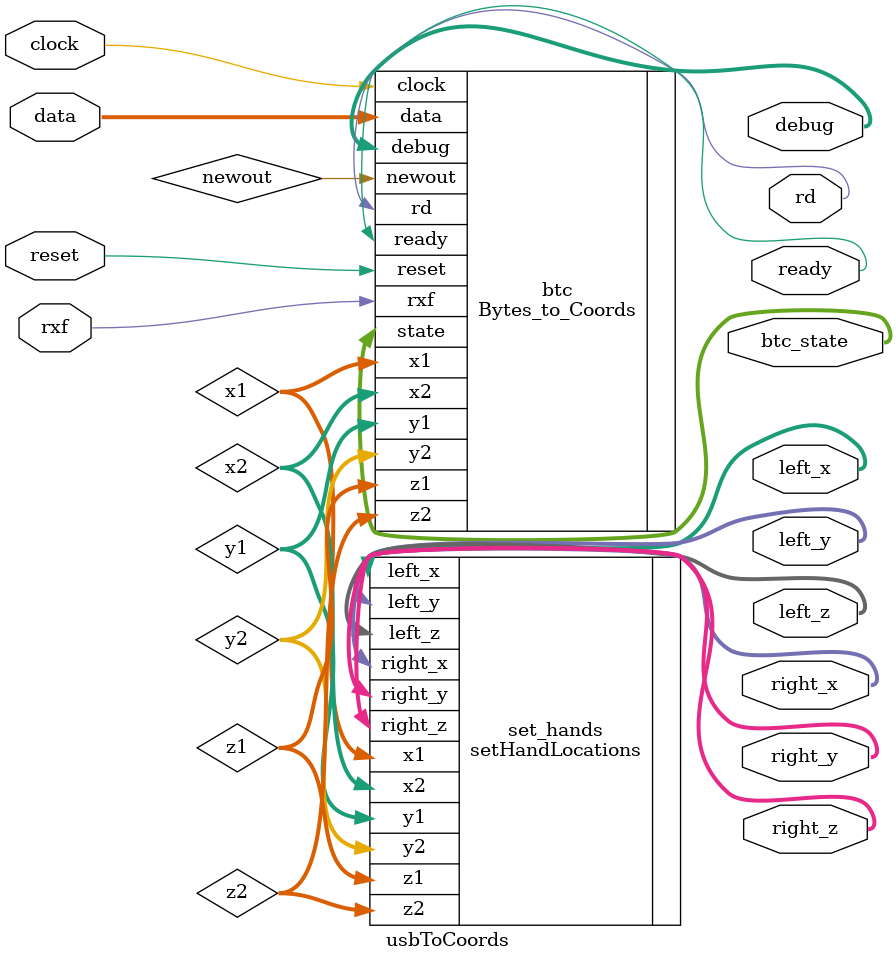
<source format=v>
`timescale 1ns / 1ps
module usbToCoords(
    input clock, reset,
	 input [7:0] data,
	 input rxf,
	 output rd,
	 output ready,
	 output [3:0] btc_state,
	 output [3:0] debug,
	 output [15:0] left_x,
	                left_y,
						 left_z,
						 right_x,
						 right_y,
						 right_z
    );
wire [15:0] x1,y1,z1,x2,y2,z2;
wire newout;
Bytes_to_Coords btc(	.clock(clock),
    .reset(reset),
	 .rxf(rxf),
	 .rd(rd),
    .data(data),
	 .ready(ready),
    .x1(x1),
    .y1(y1),
    .z1(z1),
    .x2(x2),
    .y2(y2),
    .z2(z2),
	 .newout(newout),
	 .state(btc_state),
	 .debug(debug));
setHandLocations set_hands(
    .x1(x1),
    .y1(y1),
    .z1(z1),
    .x2(x2),
    .y2(y2),
    .z2(z2),
	 .left_x(left_x),
    .left_y(left_y),
    .left_z(left_z),
    .right_x(right_x),
    .right_y(right_y),
    .right_z(right_z)
    );
endmodule
</source>
